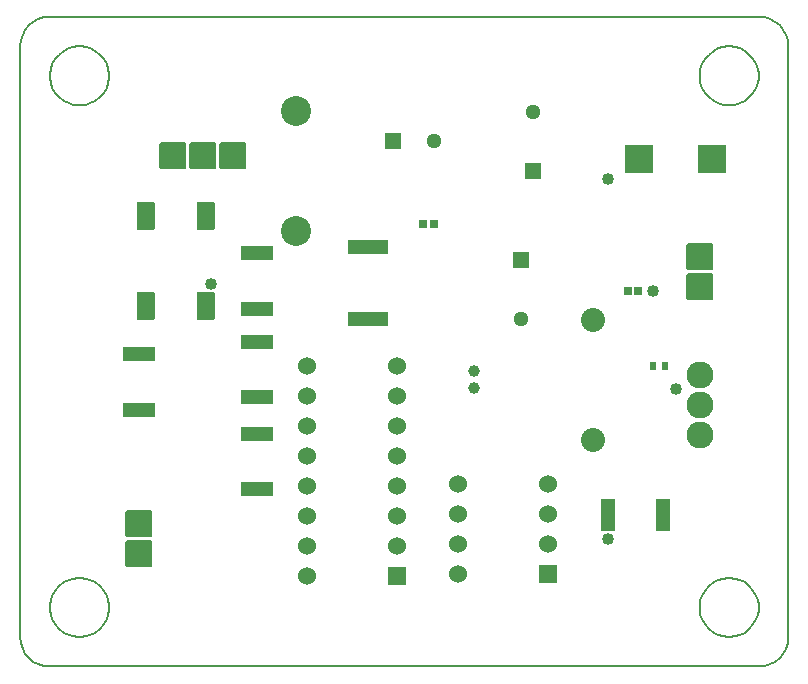
<source format=gbr>
G04 PROTEUS GERBER X2 FILE*
%TF.GenerationSoftware,Labcenter,Proteus,8.7-SP3-Build25561*%
%TF.CreationDate,2020-06-08T17:47:50+00:00*%
%TF.FileFunction,Soldermask,Top*%
%TF.FilePolarity,Negative*%
%TF.Part,Single*%
%TF.SameCoordinates,{25e8a378-ae3c-4486-9c29-23821959b247}*%
%FSLAX45Y45*%
%MOMM*%
G01*
%TA.AperFunction,Material*%
%ADD32C,1.016000*%
%AMPPAD027*
4,1,36,
-1.143000,-1.016000,
-1.143000,1.016000,
-1.140470,1.041970,
-1.133200,1.065980,
-1.121650,1.087580,
-1.106290,1.106290,
-1.087570,1.121650,
-1.065980,1.133200,
-1.041970,1.140470,
-1.016000,1.143000,
1.016000,1.143000,
1.041970,1.140470,
1.065980,1.133200,
1.087570,1.121650,
1.106290,1.106290,
1.121650,1.087580,
1.133200,1.065980,
1.140470,1.041970,
1.143000,1.016000,
1.143000,-1.016000,
1.140470,-1.041970,
1.133200,-1.065980,
1.121650,-1.087580,
1.106290,-1.106290,
1.087570,-1.121650,
1.065980,-1.133200,
1.041970,-1.140470,
1.016000,-1.143000,
-1.016000,-1.143000,
-1.041970,-1.140470,
-1.065980,-1.133200,
-1.087570,-1.121650,
-1.106290,-1.106290,
-1.121650,-1.087580,
-1.133200,-1.065980,
-1.140470,-1.041970,
-1.143000,-1.016000,
0*%
%ADD33PPAD027*%
%AMPPAD028*
4,1,4,
1.346200,0.596900,
1.346200,-0.596900,
-1.346200,-0.596900,
-1.346200,0.596900,
1.346200,0.596900,
0*%
%ADD34PPAD028*%
%TA.AperFunction,Material*%
%ADD35C,2.286000*%
%AMPPAD030*
4,1,36,
-0.762000,-0.635000,
-0.762000,0.635000,
-0.759470,0.660970,
-0.752200,0.684980,
-0.740650,0.706580,
-0.725290,0.725290,
-0.706570,0.740650,
-0.684980,0.752200,
-0.660970,0.759470,
-0.635000,0.762000,
0.635000,0.762000,
0.660970,0.759470,
0.684980,0.752200,
0.706570,0.740650,
0.725290,0.725290,
0.740650,0.706580,
0.752200,0.684980,
0.759470,0.660970,
0.762000,0.635000,
0.762000,-0.635000,
0.759470,-0.660970,
0.752200,-0.684980,
0.740650,-0.706580,
0.725290,-0.725290,
0.706570,-0.740650,
0.684980,-0.752200,
0.660970,-0.759470,
0.635000,-0.762000,
-0.635000,-0.762000,
-0.660970,-0.759470,
-0.684980,-0.752200,
-0.706570,-0.740650,
-0.725290,-0.725290,
-0.740650,-0.706580,
-0.752200,-0.684980,
-0.759470,-0.660970,
-0.762000,-0.635000,
0*%
%TA.AperFunction,Material*%
%ADD36PPAD030*%
%ADD37C,1.524000*%
%AMPPAD032*
4,1,4,
0.640000,0.640000,
0.640000,-0.640000,
-0.640000,-0.640000,
-0.640000,0.640000,
0.640000,0.640000,
0*%
%TA.AperFunction,Material*%
%ADD38PPAD032*%
%ADD39C,1.280000*%
%AMPPAD034*
4,1,36,
-0.600000,1.227000,
0.600000,1.227000,
0.625970,1.224470,
0.649980,1.217200,
0.671580,1.205650,
0.690290,1.190290,
0.705650,1.171570,
0.717200,1.149980,
0.724470,1.125970,
0.727000,1.100000,
0.727000,-1.100000,
0.724470,-1.125970,
0.717200,-1.149980,
0.705650,-1.171570,
0.690290,-1.190290,
0.671580,-1.205650,
0.649980,-1.217200,
0.625970,-1.224470,
0.600000,-1.227000,
-0.600000,-1.227000,
-0.625970,-1.224470,
-0.649980,-1.217200,
-0.671580,-1.205650,
-0.690290,-1.190290,
-0.705650,-1.171570,
-0.717200,-1.149980,
-0.724470,-1.125970,
-0.727000,-1.100000,
-0.727000,1.100000,
-0.724470,1.125970,
-0.717200,1.149980,
-0.705650,1.171570,
-0.690290,1.190290,
-0.671580,1.205650,
-0.649980,1.217200,
-0.625970,1.224470,
-0.600000,1.227000,
0*%
%TA.AperFunction,Material*%
%ADD40PPAD034*%
%TA.AperFunction,Material*%
%ADD41C,2.032000*%
%ADD42C,0.980000*%
%AMPPAD037*
4,1,4,
-1.181100,1.219200,
1.181100,1.219200,
1.181100,-1.219200,
-1.181100,-1.219200,
-1.181100,1.219200,
0*%
%ADD43PPAD037*%
%AMPPAD038*
4,1,4,
-1.701800,-0.622300,
-1.701800,0.622300,
1.701800,0.622300,
1.701800,-0.622300,
-1.701800,-0.622300,
0*%
%ADD44PPAD038*%
%ADD45C,2.540000*%
%AMPPAD040*
4,1,36,
-1.016000,1.143000,
1.016000,1.143000,
1.041970,1.140470,
1.065980,1.133200,
1.087580,1.121650,
1.106290,1.106290,
1.121650,1.087570,
1.133200,1.065980,
1.140470,1.041970,
1.143000,1.016000,
1.143000,-1.016000,
1.140470,-1.041970,
1.133200,-1.065980,
1.121650,-1.087570,
1.106290,-1.106290,
1.087580,-1.121650,
1.065980,-1.133200,
1.041970,-1.140470,
1.016000,-1.143000,
-1.016000,-1.143000,
-1.041970,-1.140470,
-1.065980,-1.133200,
-1.087580,-1.121650,
-1.106290,-1.106290,
-1.121650,-1.087570,
-1.133200,-1.065980,
-1.140470,-1.041970,
-1.143000,-1.016000,
-1.143000,1.016000,
-1.140470,1.041970,
-1.133200,1.065980,
-1.121650,1.087570,
-1.106290,1.106290,
-1.087580,1.121650,
-1.065980,1.133200,
-1.041970,1.140470,
-1.016000,1.143000,
0*%
%TA.AperFunction,Material*%
%ADD46PPAD040*%
%AMPPAD041*
4,1,4,
-0.596900,1.346200,
0.596900,1.346200,
0.596900,-1.346200,
-0.596900,-1.346200,
-0.596900,1.346200,
0*%
%TA.AperFunction,Material*%
%ADD47PPAD041*%
%AMPPAD042*
4,1,4,
-0.279400,0.304800,
0.279400,0.304800,
0.279400,-0.304800,
-0.279400,-0.304800,
-0.279400,0.304800,
0*%
%ADD48PPAD042*%
%AMPPAD043*
4,1,4,
0.304800,0.304800,
0.304800,-0.304800,
-0.304800,-0.304800,
-0.304800,0.304800,
0.304800,0.304800,
0*%
%ADD49PPAD043*%
%AMPPAD044*
4,1,4,
0.330200,0.330200,
0.330200,-0.330200,
-0.330200,-0.330200,
-0.330200,0.330200,
0.330200,0.330200,
0*%
%ADD50PPAD044*%
%TA.AperFunction,Profile*%
%ADD29C,0.203200*%
%TD.AperFunction*%
D32*
X-1524000Y+4127500D03*
X-1524000Y+1079500D03*
X-1143000Y+3175000D03*
X-4889500Y+3238500D03*
X-952500Y+2349500D03*
D33*
X-5500000Y+956000D03*
X-5500000Y+1210000D03*
D34*
X-5500000Y+2645000D03*
X-5500000Y+2175000D03*
D33*
X-750000Y+3210000D03*
X-750000Y+3464000D03*
D35*
X-750000Y+1956000D03*
X-750000Y+2464000D03*
X-750000Y+2210000D03*
D36*
X-3310000Y+766000D03*
D37*
X-3310000Y+1020000D03*
X-3310000Y+1274000D03*
X-3310000Y+1528000D03*
X-3310000Y+1782000D03*
X-3310000Y+2036000D03*
X-3310000Y+2290000D03*
X-3310000Y+2544000D03*
X-4072000Y+2544000D03*
X-4072000Y+2290000D03*
X-4072000Y+2036000D03*
X-4072000Y+1782000D03*
X-4072000Y+1528000D03*
X-4072000Y+1274000D03*
X-4072000Y+1020000D03*
X-4072000Y+766000D03*
D38*
X-2262000Y+3445000D03*
D39*
X-2262000Y+2945000D03*
D38*
X-2159000Y+4195000D03*
D39*
X-2159000Y+4695000D03*
D38*
X-3350000Y+4449000D03*
D39*
X-3000000Y+4449000D03*
D36*
X-2032000Y+782000D03*
D37*
X-2032000Y+1036000D03*
X-2032000Y+1290000D03*
X-2032000Y+1544000D03*
X-2794000Y+1544000D03*
X-2794000Y+1290000D03*
X-2794000Y+1036000D03*
X-2794000Y+782000D03*
D40*
X-4929000Y+3813000D03*
X-5437000Y+3813000D03*
X-4929000Y+3053000D03*
X-5437000Y+3053000D03*
D41*
X-1651000Y+2933000D03*
X-1651000Y+1917000D03*
D42*
X-2659000Y+2354000D03*
X-2659000Y+2504000D03*
D43*
X-1266000Y+4298000D03*
X-646000Y+4298000D03*
D44*
X-3560000Y+2945000D03*
X-3560000Y+3555000D03*
D45*
X-4170000Y+4707000D03*
X-4170000Y+3691000D03*
D46*
X-5207000Y+4318000D03*
X-4953000Y+4318000D03*
X-4699000Y+4318000D03*
D47*
X-1528000Y+1282000D03*
X-1058000Y+1282000D03*
D34*
X-4500000Y+3030000D03*
X-4500000Y+3500000D03*
D48*
X-1143000Y+2540000D03*
X-1043000Y+2540000D03*
D49*
X-1270000Y+3175000D03*
X-1360000Y+3175000D03*
D50*
X-3000000Y+3750000D03*
X-3090000Y+3750000D03*
D34*
X-4500000Y+2280000D03*
X-4500000Y+2750000D03*
X-4500000Y+1970000D03*
X-4500000Y+1500000D03*
D29*
X-6500000Y+250000D02*
X-6495026Y+198883D01*
X-6480713Y+151611D01*
X-6457977Y+109100D01*
X-6427734Y+72266D01*
X-6390900Y+42023D01*
X-6348389Y+19287D01*
X-6301117Y+4974D01*
X-6250000Y+0D01*
X-6500000Y+5250000D02*
X-6495026Y+5301117D01*
X-6480713Y+5348389D01*
X-6457977Y+5390900D01*
X-6427734Y+5427734D01*
X-6390900Y+5457977D01*
X-6348389Y+5480713D01*
X-6301117Y+5495026D01*
X-6250000Y+5500000D01*
X-250000Y+5500000D02*
X-198883Y+5495026D01*
X-151611Y+5480713D01*
X-109100Y+5457977D01*
X-72266Y+5427734D01*
X-42023Y+5390900D01*
X-19287Y+5348389D01*
X-4974Y+5301117D01*
X+0Y+5250000D01*
X-250000Y+0D02*
X-198883Y+4974D01*
X-151611Y+19287D01*
X-109100Y+42023D01*
X-72266Y+72266D01*
X-42023Y+109100D01*
X-19287Y+151611D01*
X-4974Y+198883D01*
X+0Y+250000D01*
X-5750000Y+5000000D02*
X-5750815Y+5020171D01*
X-5757434Y+5060514D01*
X-5771247Y+5100857D01*
X-5793693Y+5141200D01*
X-5827990Y+5181418D01*
X-5868333Y+5212518D01*
X-5908676Y+5232723D01*
X-5949019Y+5244747D01*
X-5989362Y+5249774D01*
X-6000000Y+5250000D01*
X-6250000Y+5000000D02*
X-6249185Y+5020171D01*
X-6242566Y+5060514D01*
X-6228753Y+5100857D01*
X-6206307Y+5141200D01*
X-6172010Y+5181418D01*
X-6131667Y+5212518D01*
X-6091324Y+5232723D01*
X-6050981Y+5244747D01*
X-6010638Y+5249774D01*
X-6000000Y+5250000D01*
X-6250000Y+5000000D02*
X-6249185Y+4979829D01*
X-6242566Y+4939486D01*
X-6228753Y+4899143D01*
X-6206307Y+4858800D01*
X-6172010Y+4818582D01*
X-6131667Y+4787482D01*
X-6091324Y+4767277D01*
X-6050981Y+4755253D01*
X-6010638Y+4750226D01*
X-6000000Y+4750000D01*
X-5750000Y+5000000D02*
X-5750815Y+4979829D01*
X-5757434Y+4939486D01*
X-5771247Y+4899143D01*
X-5793693Y+4858800D01*
X-5827990Y+4818582D01*
X-5868333Y+4787482D01*
X-5908676Y+4767277D01*
X-5949019Y+4755253D01*
X-5989362Y+4750226D01*
X-6000000Y+4750000D01*
X-250000Y+5000000D02*
X-250815Y+5020171D01*
X-257434Y+5060514D01*
X-271247Y+5100857D01*
X-293693Y+5141200D01*
X-327990Y+5181418D01*
X-368333Y+5212518D01*
X-408676Y+5232723D01*
X-449019Y+5244747D01*
X-489362Y+5249774D01*
X-500000Y+5250000D01*
X-750000Y+5000000D02*
X-749185Y+5020171D01*
X-742566Y+5060514D01*
X-728753Y+5100857D01*
X-706307Y+5141200D01*
X-672010Y+5181418D01*
X-631667Y+5212518D01*
X-591324Y+5232723D01*
X-550981Y+5244747D01*
X-510638Y+5249774D01*
X-500000Y+5250000D01*
X-750000Y+5000000D02*
X-749185Y+4979829D01*
X-742566Y+4939486D01*
X-728753Y+4899143D01*
X-706307Y+4858800D01*
X-672010Y+4818582D01*
X-631667Y+4787482D01*
X-591324Y+4767277D01*
X-550981Y+4755253D01*
X-510638Y+4750226D01*
X-500000Y+4750000D01*
X-250000Y+5000000D02*
X-250815Y+4979829D01*
X-257434Y+4939486D01*
X-271247Y+4899143D01*
X-293693Y+4858800D01*
X-327990Y+4818582D01*
X-368333Y+4787482D01*
X-408676Y+4767277D01*
X-449019Y+4755253D01*
X-489362Y+4750226D01*
X-500000Y+4750000D01*
X-250000Y+500000D02*
X-250815Y+520171D01*
X-257434Y+560514D01*
X-271247Y+600857D01*
X-293693Y+641200D01*
X-327990Y+681418D01*
X-368333Y+712518D01*
X-408676Y+732723D01*
X-449019Y+744747D01*
X-489362Y+749774D01*
X-500000Y+750000D01*
X-750000Y+500000D02*
X-749185Y+520171D01*
X-742566Y+560514D01*
X-728753Y+600857D01*
X-706307Y+641200D01*
X-672010Y+681418D01*
X-631667Y+712518D01*
X-591324Y+732723D01*
X-550981Y+744747D01*
X-510638Y+749774D01*
X-500000Y+750000D01*
X-750000Y+500000D02*
X-749185Y+479829D01*
X-742566Y+439486D01*
X-728753Y+399143D01*
X-706307Y+358800D01*
X-672010Y+318582D01*
X-631667Y+287482D01*
X-591324Y+267277D01*
X-550981Y+255253D01*
X-510638Y+250226D01*
X-500000Y+250000D01*
X-250000Y+500000D02*
X-250815Y+479829D01*
X-257434Y+439486D01*
X-271247Y+399143D01*
X-293693Y+358800D01*
X-327990Y+318582D01*
X-368333Y+287482D01*
X-408676Y+267277D01*
X-449019Y+255253D01*
X-489362Y+250226D01*
X-500000Y+250000D01*
X-5750000Y+500000D02*
X-5750815Y+520171D01*
X-5757434Y+560514D01*
X-5771247Y+600857D01*
X-5793693Y+641200D01*
X-5827990Y+681418D01*
X-5868333Y+712518D01*
X-5908676Y+732723D01*
X-5949019Y+744747D01*
X-5989362Y+749774D01*
X-6000000Y+750000D01*
X-6250000Y+500000D02*
X-6249185Y+520171D01*
X-6242566Y+560514D01*
X-6228753Y+600857D01*
X-6206307Y+641200D01*
X-6172010Y+681418D01*
X-6131667Y+712518D01*
X-6091324Y+732723D01*
X-6050981Y+744747D01*
X-6010638Y+749774D01*
X-6000000Y+750000D01*
X-6250000Y+500000D02*
X-6249185Y+479829D01*
X-6242566Y+439486D01*
X-6228753Y+399143D01*
X-6206307Y+358800D01*
X-6172010Y+318582D01*
X-6131667Y+287482D01*
X-6091324Y+267277D01*
X-6050981Y+255253D01*
X-6010638Y+250226D01*
X-6000000Y+250000D01*
X-5750000Y+500000D02*
X-5750815Y+479829D01*
X-5757434Y+439486D01*
X-5771247Y+399143D01*
X-5793693Y+358800D01*
X-5827990Y+318582D01*
X-5868333Y+287482D01*
X-5908676Y+267277D01*
X-5949019Y+255253D01*
X-5989362Y+250226D01*
X-6000000Y+250000D01*
X-6500000Y+250000D02*
X-6500000Y+5250000D01*
X-6250000Y+5500000D02*
X-250000Y+5500000D01*
X+0Y+5250000D02*
X+0Y+250000D01*
X-250000Y+0D02*
X-6250000Y+0D01*
M02*

</source>
